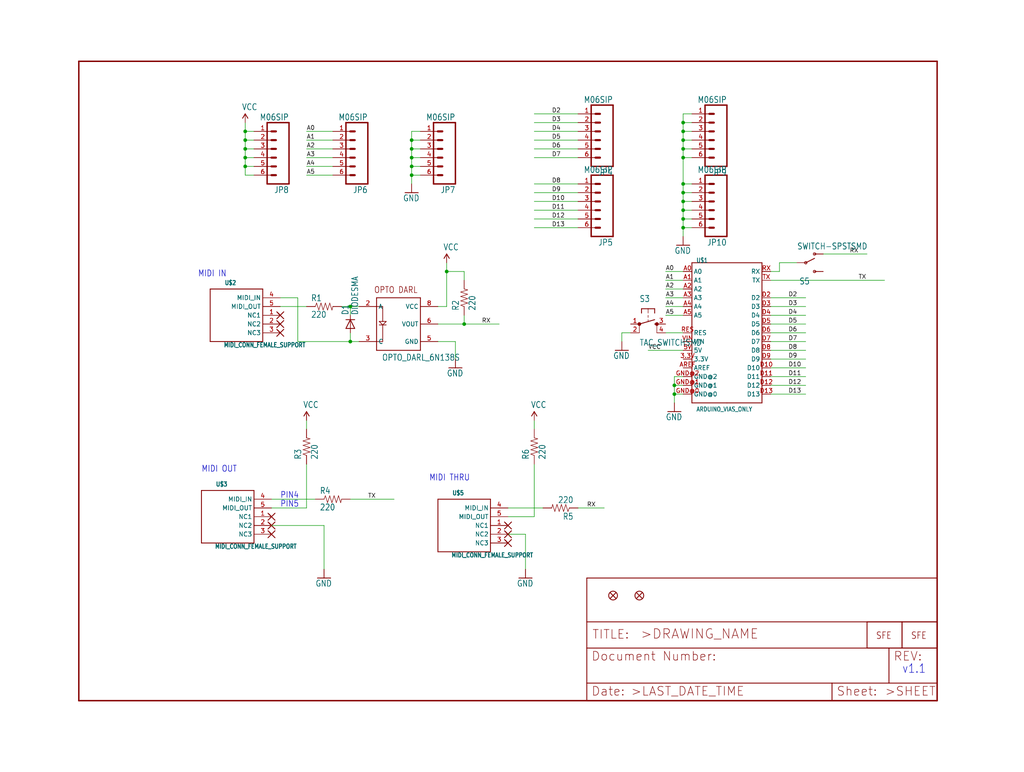
<source format=kicad_sch>
(kicad_sch (version 20211123) (generator eeschema)
  (paper "User" 297.002 223.926)
  (lib_symbols
    (symbol "eagleSchem-eagle-import:ARDUINO_VIAS_ONLY"
      (property "Value" "ARDUINO_VIAS_ONLY" (at -8.89 -22.86 0))
      (symbol "ARDUINO_VIAS_ONLY_1_0"
        (polyline (pts (xy -10.16 -20.32) (xy -10.16 20.32)) (stroke (width 0.254)))
        (polyline (pts (xy -10.16 20.32) (xy 10.16 20.32)) (stroke (width 0.254)))
        (polyline (pts (xy 0 -20.32) (xy -10.16 -20.32)) (stroke (width 0.254)))
        (polyline (pts (xy 10.16 -20.32) (xy 0 -20.32)) (stroke (width 0.254)))
        (polyline (pts (xy 10.16 20.32) (xy 10.16 -20.32)) (stroke (width 0.254)))
        (pin bidirectional line (at -12.7 -7.62 0) (length 2.54) (name "3.3V") (number "3.3V"))
        (pin bidirectional line (at -12.7 -5.08 0) (length 2.54) (name "5V") (number "5V"))
        (pin bidirectional line (at -12.7 17.78 0) (length 2.54) (name "A0") (number "A0"))
        (pin bidirectional line (at -12.7 15.24 0) (length 2.54) (name "A1") (number "A1"))
        (pin bidirectional line (at -12.7 12.7 0) (length 2.54) (name "A2") (number "A2"))
        (pin bidirectional line (at -12.7 10.16 0) (length 2.54) (name "A3") (number "A3"))
        (pin bidirectional line (at -12.7 7.62 0) (length 2.54) (name "A4") (number "A4"))
        (pin bidirectional line (at -12.7 5.08 0) (length 2.54) (name "A5") (number "A5"))
        (pin bidirectional line (at -12.7 -10.16 0) (length 2.54) (name "AREF") (number "AREF"))
        (pin bidirectional line (at 12.7 -10.16 180) (length 2.54) (name "D10") (number "D10"))
        (pin bidirectional line (at 12.7 -12.7 180) (length 2.54) (name "D11") (number "D11"))
        (pin bidirectional line (at 12.7 -15.24 180) (length 2.54) (name "D12") (number "D12"))
        (pin bidirectional line (at 12.7 -17.78 180) (length 2.54) (name "D13") (number "D13"))
        (pin bidirectional line (at 12.7 10.16 180) (length 2.54) (name "D2") (number "D2"))
        (pin bidirectional line (at 12.7 7.62 180) (length 2.54) (name "D3") (number "D3"))
        (pin bidirectional line (at 12.7 5.08 180) (length 2.54) (name "D4") (number "D4"))
        (pin bidirectional line (at 12.7 2.54 180) (length 2.54) (name "D5") (number "D5"))
        (pin bidirectional line (at 12.7 0 180) (length 2.54) (name "D6") (number "D6"))
        (pin bidirectional line (at 12.7 -2.54 180) (length 2.54) (name "D7") (number "D7"))
        (pin bidirectional line (at 12.7 -5.08 180) (length 2.54) (name "D8") (number "D8"))
        (pin bidirectional line (at 12.7 -7.62 180) (length 2.54) (name "D9") (number "D9"))
        (pin bidirectional line (at -12.7 -17.78 0) (length 2.54) (name "GND@0") (number "GND@0"))
        (pin bidirectional line (at -12.7 -15.24 0) (length 2.54) (name "GND@1") (number "GND@1"))
        (pin bidirectional line (at -12.7 -12.7 0) (length 2.54) (name "GND@2") (number "GND@2"))
        (pin bidirectional line (at -12.7 0 0) (length 2.54) (name "RES") (number "RES"))
        (pin bidirectional line (at 12.7 17.78 180) (length 2.54) (name "RX") (number "RX"))
        (pin bidirectional line (at 12.7 15.24 180) (length 2.54) (name "TX") (number "TX"))
        (pin bidirectional line (at -12.7 -2.54 0) (length 2.54) (name "VIN") (number "VIN"))
      )
    )
    (symbol "eagleSchem-eagle-import:DIODESMA"
      (property "Reference" "D" (at 2.54 0.4826 0))
      (property "Value" "DIODESMA" (at 2.54 -2.3114 0))
      (symbol "DIODESMA_1_0"
        (polyline (pts (xy -1.27 -1.27) (xy 1.27 0)) (stroke (width 0.254)))
        (polyline (pts (xy -1.27 1.27) (xy -1.27 -1.27)) (stroke (width 0.254)))
        (polyline (pts (xy 1.27 0) (xy -1.27 1.27)) (stroke (width 0.254)))
        (polyline (pts (xy 1.27 0) (xy 1.27 -1.27)) (stroke (width 0.254)))
        (polyline (pts (xy 1.27 1.27) (xy 1.27 0)) (stroke (width 0.254)))
        (pin passive line (at -2.54 0 0) (length 2.54) (name "A") (number "A"))
        (pin passive line (at 2.54 0 180) (length 2.54) (name "C") (number "C"))
      )
    )
    (symbol "eagleSchem-eagle-import:FIDUCIAL1X2"
      (symbol "FIDUCIAL1X2_1_0"
        (polyline (pts (xy -0.762 0.762) (xy 0.762 -0.762)) (stroke (width 0.254)))
        (polyline (pts (xy 0.762 0.762) (xy -0.762 -0.762)) (stroke (width 0.254)))
        (circle (center 0 0) (radius 1.27) (stroke (width 0.254)))
      )
    )
    (symbol "eagleSchem-eagle-import:FRAME-LETTER"
      (symbol "FRAME-LETTER_1_0"
        (polyline (pts (xy 0 0) (xy 248.92 0)) (stroke (width 0.4064)))
        (polyline (pts (xy 0 185.42) (xy 0 0)) (stroke (width 0.4064)))
        (polyline (pts (xy 0 185.42) (xy 248.92 185.42)) (stroke (width 0.4064)))
        (polyline (pts (xy 248.92 185.42) (xy 248.92 0)) (stroke (width 0.4064)))
      )
      (symbol "FRAME-LETTER_2_0"
        (polyline (pts (xy 0 0) (xy 0 5.08)) (stroke (width 0.254)))
        (polyline (pts (xy 0 0) (xy 71.12 0)) (stroke (width 0.254)))
        (polyline (pts (xy 0 5.08) (xy 0 15.24)) (stroke (width 0.254)))
        (polyline (pts (xy 0 5.08) (xy 71.12 5.08)) (stroke (width 0.254)))
        (polyline (pts (xy 0 15.24) (xy 0 22.86)) (stroke (width 0.254)))
        (polyline (pts (xy 0 22.86) (xy 0 35.56)) (stroke (width 0.254)))
        (polyline (pts (xy 0 22.86) (xy 101.6 22.86)) (stroke (width 0.254)))
        (polyline (pts (xy 71.12 0) (xy 101.6 0)) (stroke (width 0.254)))
        (polyline (pts (xy 71.12 5.08) (xy 71.12 0)) (stroke (width 0.254)))
        (polyline (pts (xy 71.12 5.08) (xy 87.63 5.08)) (stroke (width 0.254)))
        (polyline (pts (xy 87.63 5.08) (xy 101.6 5.08)) (stroke (width 0.254)))
        (polyline (pts (xy 87.63 15.24) (xy 0 15.24)) (stroke (width 0.254)))
        (polyline (pts (xy 87.63 15.24) (xy 87.63 5.08)) (stroke (width 0.254)))
        (polyline (pts (xy 101.6 5.08) (xy 101.6 0)) (stroke (width 0.254)))
        (polyline (pts (xy 101.6 15.24) (xy 87.63 15.24)) (stroke (width 0.254)))
        (polyline (pts (xy 101.6 15.24) (xy 101.6 5.08)) (stroke (width 0.254)))
        (polyline (pts (xy 101.6 22.86) (xy 101.6 15.24)) (stroke (width 0.254)))
        (polyline (pts (xy 101.6 35.56) (xy 0 35.56)) (stroke (width 0.254)))
        (polyline (pts (xy 101.6 35.56) (xy 101.6 22.86)) (stroke (width 0.254)))
        (text ">DRAWING_NAME" (at 15.494 17.78 0) (effects (font (size 2.7432 2.7432)) (justify left bottom)))
        (text ">LAST_DATE_TIME" (at 12.7 1.27 0) (effects (font (size 2.54 2.54)) (justify left bottom)))
        (text ">SHEET" (at 86.36 1.27 0) (effects (font (size 2.54 2.54)) (justify left bottom)))
        (text "Date:" (at 1.27 1.27 0) (effects (font (size 2.54 2.54)) (justify left bottom)))
        (text "Document Number:" (at 1.27 11.43 0) (effects (font (size 2.54 2.54)) (justify left bottom)))
        (text "REV:" (at 88.9 11.43 0) (effects (font (size 2.54 2.54)) (justify left bottom)))
        (text "Sheet:" (at 72.39 1.27 0) (effects (font (size 2.54 2.54)) (justify left bottom)))
        (text "TITLE:" (at 1.524 17.78 0) (effects (font (size 2.54 2.54)) (justify left bottom)))
      )
    )
    (symbol "eagleSchem-eagle-import:GND" (power)
      (property "Value" "GND" (at -2.54 -2.54 0))
      (symbol "GND_1_0"
        (polyline (pts (xy -1.905 0) (xy 1.905 0)) (stroke (width 0.254)))
        (pin power_in line (at 0 2.54 270) (length 2.54) (name "GND") (number "1"))
      )
    )
    (symbol "eagleSchem-eagle-import:LOGO-SFENEW"
      (symbol "LOGO-SFENEW_1_0"
        (polyline (pts (xy -2.54 -2.54) (xy 7.62 -2.54)) (stroke (width 0.254)))
        (polyline (pts (xy -2.54 5.08) (xy -2.54 -2.54)) (stroke (width 0.254)))
        (polyline (pts (xy 7.62 -2.54) (xy 7.62 5.08)) (stroke (width 0.254)))
        (polyline (pts (xy 7.62 5.08) (xy -2.54 5.08)) (stroke (width 0.254)))
        (text "SFE" (at 0 0 0) (effects (font (size 1.9304 1.6408)) (justify left bottom)))
      )
    )
    (symbol "eagleSchem-eagle-import:M06SIP"
      (property "Reference" "JP" (at -5.08 10.922 0))
      (property "Value" "M06SIP" (at -5.08 -10.16 0))
      (symbol "M06SIP_1_0"
        (polyline (pts (xy -5.08 10.16) (xy -5.08 -7.62)) (stroke (width 0.4064)))
        (polyline (pts (xy -5.08 10.16) (xy 1.27 10.16)) (stroke (width 0.4064)))
        (polyline (pts (xy -1.27 -5.08) (xy 0 -5.08)) (stroke (width 0.6096)))
        (polyline (pts (xy -1.27 -2.54) (xy 0 -2.54)) (stroke (width 0.6096)))
        (polyline (pts (xy -1.27 0) (xy 0 0)) (stroke (width 0.6096)))
        (polyline (pts (xy -1.27 2.54) (xy 0 2.54)) (stroke (width 0.6096)))
        (polyline (pts (xy -1.27 5.08) (xy 0 5.08)) (stroke (width 0.6096)))
        (polyline (pts (xy -1.27 7.62) (xy 0 7.62)) (stroke (width 0.6096)))
        (polyline (pts (xy 1.27 -7.62) (xy -5.08 -7.62)) (stroke (width 0.4064)))
        (polyline (pts (xy 1.27 -7.62) (xy 1.27 10.16)) (stroke (width 0.4064)))
        (pin passive line (at 5.08 -5.08 180) (length 5.08) (name "1") (number "1"))
        (pin passive line (at 5.08 -2.54 180) (length 5.08) (name "2") (number "2"))
        (pin passive line (at 5.08 0 180) (length 5.08) (name "3") (number "3"))
        (pin passive line (at 5.08 2.54 180) (length 5.08) (name "4") (number "4"))
        (pin passive line (at 5.08 5.08 180) (length 5.08) (name "5") (number "5"))
        (pin passive line (at 5.08 7.62 180) (length 5.08) (name "6") (number "6"))
      )
    )
    (symbol "eagleSchem-eagle-import:MIDI_CONN_FEMALE_SUPPORT"
      (property "Value" "MIDI_CONN_FEMALE_SUPPORT" (at -3.81 -9.398 0))
      (symbol "MIDI_CONN_FEMALE_SUPPORT_1_0"
        (polyline (pts (xy -7.62 -7.62) (xy 7.62 -7.62)) (stroke (width 0.254)))
        (polyline (pts (xy -7.62 7.62) (xy -7.62 -7.62)) (stroke (width 0.254)))
        (polyline (pts (xy 7.62 -7.62) (xy 7.62 7.62)) (stroke (width 0.254)))
        (polyline (pts (xy 7.62 7.62) (xy -7.62 7.62)) (stroke (width 0.254)))
        (polyline (pts (xy 12.7 -5.08) (xy 11.684 -6.096)) (stroke (width 0.254)))
        (polyline (pts (xy 12.7 -5.08) (xy 11.684 -4.064)) (stroke (width 0.254)))
        (polyline (pts (xy 12.7 -5.08) (xy 11.938 -4.318)) (stroke (width 0.254)))
        (polyline (pts (xy 12.7 -5.08) (xy 13.716 -6.096)) (stroke (width 0.254)))
        (polyline (pts (xy 12.7 -2.54) (xy 11.684 -3.556)) (stroke (width 0.254)))
        (polyline (pts (xy 12.7 -2.54) (xy 11.684 -1.524)) (stroke (width 0.254)))
        (polyline (pts (xy 12.7 -2.54) (xy 11.938 -1.778)) (stroke (width 0.254)))
        (polyline (pts (xy 12.7 -2.54) (xy 13.716 -3.556)) (stroke (width 0.254)))
        (polyline (pts (xy 12.7 0) (xy 11.684 -1.016)) (stroke (width 0.254)))
        (polyline (pts (xy 12.7 0) (xy 11.684 1.016)) (stroke (width 0.254)))
        (polyline (pts (xy 12.7 0) (xy 11.938 0.762)) (stroke (width 0.254)))
        (polyline (pts (xy 12.7 0) (xy 13.716 -1.016)) (stroke (width 0.254)))
        (polyline (pts (xy 13.716 -4.064) (xy 12.7 -5.08)) (stroke (width 0.254)))
        (polyline (pts (xy 13.716 -1.524) (xy 12.7 -2.54)) (stroke (width 0.254)))
        (polyline (pts (xy 13.716 1.016) (xy 12.7 0)) (stroke (width 0.254)))
        (pin bidirectional line (at 12.7 0 180) (length 5.08) (name "NC1") (number "1"))
        (pin bidirectional line (at 12.7 -2.54 180) (length 5.08) (name "NC2") (number "2"))
        (pin bidirectional line (at 12.7 -5.08 180) (length 5.08) (name "NC3") (number "3"))
        (pin bidirectional line (at 12.7 5.08 180) (length 5.08) (name "MIDI_IN") (number "4"))
        (pin bidirectional line (at 12.7 2.54 180) (length 5.08) (name "MIDI_OUT") (number "5"))
      )
    )
    (symbol "eagleSchem-eagle-import:OPTO_DARL_6N138S"
      (property "Value" "OPTO_DARL_6N138S" (at -3.556 -13.208 0))
      (symbol "OPTO_DARL_6N138S_1_0"
        (polyline (pts (xy -5.08 -10.16) (xy 7.62 -10.16)) (stroke (width 0.254)))
        (polyline (pts (xy -5.08 -7.62) (xy -5.08 -10.16)) (stroke (width 0.254)))
        (polyline (pts (xy -5.08 2.54) (xy -5.08 -7.62)) (stroke (width 0.254)))
        (polyline (pts (xy -5.08 2.54) (xy -3.302 2.54)) (stroke (width 0.2032)))
        (polyline (pts (xy -5.08 5.08) (xy -5.08 2.54)) (stroke (width 0.254)))
        (polyline (pts (xy -4.318 -2.794) (xy -3.302 -2.794)) (stroke (width 0.2032)))
        (polyline (pts (xy -4.318 -1.778) (xy -3.302 -2.794)) (stroke (width 0.2032)))
        (polyline (pts (xy -3.302 -7.62) (xy -5.08 -7.62)) (stroke (width 0.2032)))
        (polyline (pts (xy -3.302 -2.794) (xy -3.302 -7.62)) (stroke (width 0.2032)))
        (polyline (pts (xy -3.302 -2.794) (xy -2.286 -2.794)) (stroke (width 0.2032)))
        (polyline (pts (xy -3.302 -2.794) (xy -2.286 -1.778)) (stroke (width 0.2032)))
        (polyline (pts (xy -3.302 -1.778) (xy -4.318 -1.778)) (stroke (width 0.2032)))
        (polyline (pts (xy -3.302 -1.778) (xy -2.286 -1.778)) (stroke (width 0.2032)))
        (polyline (pts (xy -3.302 2.54) (xy -3.302 -1.778)) (stroke (width 0.2032)))
        (polyline (pts (xy 7.62 -10.16) (xy 7.62 5.08)) (stroke (width 0.254)))
        (polyline (pts (xy 7.62 5.08) (xy -5.08 5.08)) (stroke (width 0.254)))
        (text "OPTO DARL" (at -5.842 6.35 0) (effects (font (size 1.778 1.5113)) (justify left bottom)))
        (pin bidirectional line (at -10.16 2.54 0) (length 5.08) (name "A") (number "2"))
        (pin bidirectional line (at -10.16 -7.62 0) (length 5.08) (name "C") (number "3"))
        (pin bidirectional line (at 12.7 -7.62 180) (length 5.08) (name "GND") (number "5"))
        (pin bidirectional line (at 12.7 -2.54 180) (length 5.08) (name "VOUT") (number "6"))
        (pin bidirectional line (at 12.7 2.54 180) (length 5.08) (name "VCC") (number "8"))
      )
    )
    (symbol "eagleSchem-eagle-import:RESISTOR0402-RES"
      (property "Reference" "R" (at -3.81 1.4986 0))
      (property "Value" "RESISTOR0402-RES" (at -3.81 -3.302 0))
      (symbol "RESISTOR0402-RES_1_0"
        (polyline (pts (xy -2.54 0) (xy -2.159 1.016)) (stroke (width 0.1524)))
        (polyline (pts (xy -2.159 1.016) (xy -1.524 -1.016)) (stroke (width 0.1524)))
        (polyline (pts (xy -1.524 -1.016) (xy -0.889 1.016)) (stroke (width 0.1524)))
        (polyline (pts (xy -0.889 1.016) (xy -0.254 -1.016)) (stroke (width 0.1524)))
        (polyline (pts (xy -0.254 -1.016) (xy 0.381 1.016)) (stroke (width 0.1524)))
        (polyline (pts (xy 0.381 1.016) (xy 1.016 -1.016)) (stroke (width 0.1524)))
        (polyline (pts (xy 1.016 -1.016) (xy 1.651 1.016)) (stroke (width 0.1524)))
        (polyline (pts (xy 1.651 1.016) (xy 2.286 -1.016)) (stroke (width 0.1524)))
        (polyline (pts (xy 2.286 -1.016) (xy 2.54 0)) (stroke (width 0.1524)))
        (pin passive line (at -5.08 0 0) (length 2.54) (name "1") (number "1"))
        (pin passive line (at 5.08 0 180) (length 2.54) (name "2") (number "2"))
      )
    )
    (symbol "eagleSchem-eagle-import:SWITCH-SPSTSMD"
      (property "Reference" "S" (at -1.905 -6.35 0))
      (property "Value" "SWITCH-SPSTSMD" (at -2.54 3.81 0))
      (symbol "SWITCH-SPSTSMD_1_0"
        (polyline (pts (xy 0 0) (xy 2.54 1.27)) (stroke (width 0.254)))
        (polyline (pts (xy 2.54 -2.54) (xy 3.175 -2.54)) (stroke (width 0.127)))
        (polyline (pts (xy 2.54 2.54) (xy 3.175 2.54)) (stroke (width 0.1524)))
        (circle (center 0 0) (radius 0.3592) (stroke (width 0.2032)))
        (circle (center 2.54 -2.54) (radius 0.3592) (stroke (width 0.2032)))
        (circle (center 2.54 2.54) (radius 0.3592) (stroke (width 0.2032)))
        (pin passive line (at 5.08 2.54 180) (length 2.54) (name "O") (number "1"))
        (pin passive line (at -2.54 0 0) (length 2.54) (name "P") (number "2"))
        (pin passive line (at 5.08 -2.54 180) (length 2.54) (name "S") (number "3"))
      )
    )
    (symbol "eagleSchem-eagle-import:TAC_SWITCHSMD"
      (property "Reference" "S" (at -2.54 6.35 0))
      (property "Value" "TAC_SWITCHSMD" (at -2.54 -6.35 0))
      (symbol "TAC_SWITCHSMD_1_0"
        (circle (center -2.54 0) (radius 0.127) (stroke (width 0.4064)))
        (polyline (pts (xy -2.54 -2.54) (xy -2.54 0)) (stroke (width 0.1524)))
        (polyline (pts (xy -2.54 0) (xy 1.905 1.27)) (stroke (width 0.254)))
        (polyline (pts (xy -1.905 4.445) (xy -1.905 3.175)) (stroke (width 0.254)))
        (polyline (pts (xy 0 1.27) (xy 0 0.635)) (stroke (width 0.1524)))
        (polyline (pts (xy 0 2.54) (xy 0 1.905)) (stroke (width 0.1524)))
        (polyline (pts (xy 0 4.445) (xy -1.905 4.445)) (stroke (width 0.254)))
        (polyline (pts (xy 0 4.445) (xy 0 3.175)) (stroke (width 0.1524)))
        (polyline (pts (xy 1.905 0) (xy 2.54 0)) (stroke (width 0.254)))
        (polyline (pts (xy 1.905 4.445) (xy 0 4.445)) (stroke (width 0.254)))
        (polyline (pts (xy 1.905 4.445) (xy 1.905 3.175)) (stroke (width 0.254)))
        (polyline (pts (xy 2.54 -2.54) (xy 2.54 0)) (stroke (width 0.1524)))
        (circle (center 2.54 0) (radius 0.127) (stroke (width 0.4064)))
        (pin passive line (at -5.08 0 0) (length 2.54) (name "1") (number "1"))
        (pin passive line (at -5.08 -2.54 0) (length 2.54) (name "2") (number "2"))
        (pin passive line (at 5.08 0 180) (length 2.54) (name "3") (number "3"))
        (pin passive line (at 5.08 -2.54 180) (length 2.54) (name "4") (number "4"))
      )
    )
    (symbol "eagleSchem-eagle-import:VCC" (power)
      (property "Value" "VCC" (at -1.016 3.556 0))
      (symbol "VCC_1_0"
        (polyline (pts (xy 0 2.54) (xy -0.762 1.27)) (stroke (width 0.254)))
        (polyline (pts (xy 0.762 1.27) (xy 0 2.54)) (stroke (width 0.254)))
        (pin power_in line (at 0 0 90) (length 2.54) (name "VCC") (number "1"))
      )
    )
  )
  (junction (at 198.12 40.64))
  (junction (at 195.58 111.76))
  (junction (at 134.62 93.98))
  (junction (at 71.12 48.26))
  (junction (at 119.38 43.18))
  (junction (at 71.12 45.72))
  (junction (at 101.6 99.06))
  (junction (at 198.12 43.18))
  (junction (at 119.38 48.26))
  (junction (at 198.12 38.1))
  (junction (at 71.12 38.1))
  (junction (at 198.12 35.56))
  (junction (at 119.38 40.64))
  (junction (at 71.12 40.64))
  (junction (at 119.38 45.72))
  (junction (at 198.12 58.42))
  (junction (at 198.12 53.34))
  (junction (at 195.58 114.3))
  (junction (at 71.12 43.18))
  (junction (at 198.12 66.04))
  (junction (at 129.54 78.74))
  (junction (at 119.38 50.8))
  (junction (at 101.6 88.9))
  (junction (at 198.12 63.5))
  (junction (at 198.12 60.96))
  (junction (at 198.12 45.72))
  (junction (at 198.12 55.88))
  (wire (pts (xy 198.12 60.96) (xy 198.12 63.5)))
  (wire (pts (xy 167.64 43.18) (xy 154.94 43.18)))
  (wire (pts (xy 200.66 55.88) (xy 198.12 55.88)))
  (wire (pts (xy 198.12 114.3) (xy 195.58 114.3)))
  (wire (pts (xy 200.66 40.64) (xy 198.12 40.64)))
  (wire (pts (xy 154.94 124.46) (xy 154.94 121.92)))
  (wire (pts (xy 198.12 40.64) (xy 198.12 43.18)))
  (wire (pts (xy 167.64 58.42) (xy 154.94 58.42)))
  (wire (pts (xy 88.9 147.32) (xy 88.9 134.62)))
  (wire (pts (xy 200.66 43.18) (xy 198.12 43.18)))
  (wire (pts (xy 134.62 93.98) (xy 144.78 93.98)))
  (wire (pts (xy 71.12 43.18) (xy 71.12 40.64)))
  (wire (pts (xy 226.06 76.2) (xy 231.14 76.2)))
  (wire (pts (xy 154.94 149.86) (xy 147.32 149.86)))
  (wire (pts (xy 223.52 96.52) (xy 233.68 96.52)))
  (wire (pts (xy 132.08 99.06) (xy 132.08 104.14)))
  (wire (pts (xy 198.12 86.36) (xy 193.04 86.36)))
  (wire (pts (xy 152.4 154.94) (xy 152.4 165.1)))
  (wire (pts (xy 167.64 53.34) (xy 154.94 53.34)))
  (wire (pts (xy 198.12 91.44) (xy 193.04 91.44)))
  (wire (pts (xy 71.12 45.72) (xy 71.12 43.18)))
  (wire (pts (xy 96.52 43.18) (xy 88.9 43.18)))
  (wire (pts (xy 101.6 88.9) (xy 99.06 88.9)))
  (wire (pts (xy 223.52 106.68) (xy 233.68 106.68)))
  (wire (pts (xy 198.12 88.9) (xy 193.04 88.9)))
  (wire (pts (xy 200.66 53.34) (xy 198.12 53.34)))
  (wire (pts (xy 223.52 99.06) (xy 233.68 99.06)))
  (wire (pts (xy 71.12 40.64) (xy 71.12 38.1)))
  (wire (pts (xy 223.52 93.98) (xy 233.68 93.98)))
  (wire (pts (xy 101.6 96.52) (xy 101.6 99.06)))
  (wire (pts (xy 119.38 43.18) (xy 119.38 45.72)))
  (wire (pts (xy 119.38 50.8) (xy 119.38 53.34)))
  (wire (pts (xy 200.66 45.72) (xy 198.12 45.72)))
  (wire (pts (xy 96.52 40.64) (xy 88.9 40.64)))
  (wire (pts (xy 223.52 91.44) (xy 233.68 91.44)))
  (wire (pts (xy 154.94 134.62) (xy 154.94 149.86)))
  (wire (pts (xy 119.38 40.64) (xy 119.38 43.18)))
  (wire (pts (xy 198.12 109.22) (xy 195.58 109.22)))
  (wire (pts (xy 101.6 91.44) (xy 101.6 88.9)))
  (wire (pts (xy 96.52 48.26) (xy 88.9 48.26)))
  (wire (pts (xy 86.36 99.06) (xy 101.6 99.06)))
  (wire (pts (xy 86.36 86.36) (xy 81.28 86.36)))
  (wire (pts (xy 71.12 50.8) (xy 71.12 48.26)))
  (wire (pts (xy 121.92 45.72) (xy 119.38 45.72)))
  (wire (pts (xy 167.64 66.04) (xy 154.94 66.04)))
  (wire (pts (xy 198.12 55.88) (xy 198.12 58.42)))
  (wire (pts (xy 198.12 78.74) (xy 193.04 78.74)))
  (wire (pts (xy 121.92 48.26) (xy 119.38 48.26)))
  (wire (pts (xy 121.92 38.1) (xy 119.38 38.1)))
  (wire (pts (xy 91.44 144.78) (xy 78.74 144.78)))
  (wire (pts (xy 127 99.06) (xy 132.08 99.06)))
  (wire (pts (xy 71.12 38.1) (xy 71.12 35.56)))
  (wire (pts (xy 223.52 81.28) (xy 256.54 81.28)))
  (wire (pts (xy 198.12 83.82) (xy 193.04 83.82)))
  (wire (pts (xy 198.12 58.42) (xy 198.12 60.96)))
  (wire (pts (xy 223.52 111.76) (xy 233.68 111.76)))
  (wire (pts (xy 223.52 88.9) (xy 233.68 88.9)))
  (wire (pts (xy 198.12 38.1) (xy 198.12 40.64)))
  (wire (pts (xy 198.12 81.28) (xy 193.04 81.28)))
  (wire (pts (xy 134.62 81.28) (xy 134.62 78.74)))
  (wire (pts (xy 73.66 50.8) (xy 71.12 50.8)))
  (wire (pts (xy 73.66 45.72) (xy 71.12 45.72)))
  (wire (pts (xy 167.64 33.02) (xy 154.94 33.02)))
  (wire (pts (xy 198.12 33.02) (xy 198.12 35.56)))
  (wire (pts (xy 198.12 35.56) (xy 198.12 38.1)))
  (wire (pts (xy 119.38 45.72) (xy 119.38 48.26)))
  (wire (pts (xy 198.12 111.76) (xy 195.58 111.76)))
  (wire (pts (xy 200.66 63.5) (xy 198.12 63.5)))
  (wire (pts (xy 198.12 96.52) (xy 193.04 96.52)))
  (wire (pts (xy 147.32 154.94) (xy 152.4 154.94)))
  (wire (pts (xy 73.66 38.1) (xy 71.12 38.1)))
  (wire (pts (xy 167.64 40.64) (xy 154.94 40.64)))
  (wire (pts (xy 88.9 88.9) (xy 81.28 88.9)))
  (wire (pts (xy 195.58 111.76) (xy 195.58 114.3)))
  (wire (pts (xy 71.12 48.26) (xy 71.12 45.72)))
  (wire (pts (xy 200.66 33.02) (xy 198.12 33.02)))
  (wire (pts (xy 134.62 93.98) (xy 134.62 91.44)))
  (wire (pts (xy 101.6 88.9) (xy 104.14 88.9)))
  (wire (pts (xy 101.6 144.78) (xy 114.3 144.78)))
  (wire (pts (xy 223.52 101.6) (xy 233.68 101.6)))
  (wire (pts (xy 198.12 43.18) (xy 198.12 45.72)))
  (wire (pts (xy 167.64 63.5) (xy 154.94 63.5)))
  (wire (pts (xy 121.92 40.64) (xy 119.38 40.64)))
  (wire (pts (xy 86.36 99.06) (xy 86.36 86.36)))
  (wire (pts (xy 96.52 38.1) (xy 88.9 38.1)))
  (wire (pts (xy 223.52 114.3) (xy 233.68 114.3)))
  (wire (pts (xy 182.88 96.52) (xy 180.34 96.52)))
  (wire (pts (xy 198.12 63.5) (xy 198.12 66.04)))
  (wire (pts (xy 121.92 43.18) (xy 119.38 43.18)))
  (wire (pts (xy 198.12 45.72) (xy 198.12 53.34)))
  (wire (pts (xy 73.66 43.18) (xy 71.12 43.18)))
  (wire (pts (xy 200.66 38.1) (xy 198.12 38.1)))
  (wire (pts (xy 119.38 38.1) (xy 119.38 40.64)))
  (wire (pts (xy 127 93.98) (xy 134.62 93.98)))
  (wire (pts (xy 223.52 78.74) (xy 226.06 78.74)))
  (wire (pts (xy 73.66 48.26) (xy 71.12 48.26)))
  (wire (pts (xy 200.66 35.56) (xy 198.12 35.56)))
  (wire (pts (xy 198.12 101.6) (xy 187.96 101.6)))
  (wire (pts (xy 104.14 99.06) (xy 101.6 99.06)))
  (wire (pts (xy 223.52 104.14) (xy 233.68 104.14)))
  (wire (pts (xy 88.9 124.46) (xy 88.9 121.92)))
  (wire (pts (xy 157.48 147.32) (xy 147.32 147.32)))
  (wire (pts (xy 129.54 78.74) (xy 129.54 76.2)))
  (wire (pts (xy 167.64 38.1) (xy 154.94 38.1)))
  (wire (pts (xy 223.52 109.22) (xy 233.68 109.22)))
  (wire (pts (xy 200.66 66.04) (xy 198.12 66.04)))
  (wire (pts (xy 167.64 147.32) (xy 175.26 147.32)))
  (wire (pts (xy 121.92 50.8) (xy 119.38 50.8)))
  (wire (pts (xy 167.64 45.72) (xy 154.94 45.72)))
  (wire (pts (xy 134.62 78.74) (xy 129.54 78.74)))
  (wire (pts (xy 226.06 78.74) (xy 226.06 76.2)))
  (wire (pts (xy 73.66 40.64) (xy 71.12 40.64)))
  (wire (pts (xy 167.64 60.96) (xy 154.94 60.96)))
  (wire (pts (xy 200.66 58.42) (xy 198.12 58.42)))
  (wire (pts (xy 167.64 35.56) (xy 154.94 35.56)))
  (wire (pts (xy 198.12 66.04) (xy 198.12 68.58)))
  (wire (pts (xy 93.98 152.4) (xy 93.98 165.1)))
  (wire (pts (xy 96.52 50.8) (xy 88.9 50.8)))
  (wire (pts (xy 167.64 55.88) (xy 154.94 55.88)))
  (wire (pts (xy 195.58 114.3) (xy 195.58 116.84)))
  (wire (pts (xy 238.76 73.66) (xy 251.46 73.66)))
  (wire (pts (xy 200.66 60.96) (xy 198.12 60.96)))
  (wire (pts (xy 88.9 147.32) (xy 78.74 147.32)))
  (wire (pts (xy 96.52 45.72) (xy 88.9 45.72)))
  (wire (pts (xy 78.74 152.4) (xy 93.98 152.4)))
  (wire (pts (xy 198.12 53.34) (xy 198.12 55.88)))
  (wire (pts (xy 129.54 88.9) (xy 129.54 78.74)))
  (wire (pts (xy 195.58 109.22) (xy 195.58 111.76)))
  (wire (pts (xy 127 88.9) (xy 129.54 88.9)))
  (wire (pts (xy 119.38 48.26) (xy 119.38 50.8)))
  (wire (pts (xy 180.34 96.52) (xy 180.34 99.06)))
  (wire (pts (xy 223.52 86.36) (xy 233.68 86.36)))
  (text "MIDI OUT" (at 58.42 137.16 180) (effects (font (size 1.778 1.5113)) (justify left bottom)))
  (text "v1.1" (at 261.62 195.58 180) (effects (font (size 2.54 2.159)) (justify left bottom)))
  (text "PIN4" (at 81.28 144.78 180) (effects (font (size 1.778 1.5113)) (justify left bottom)))
  (text "MIDI IN" (at 57.404 80.518 180) (effects (font (size 1.778 1.5113)) (justify left bottom)))
  (text "MIDI THRU" (at 124.46 139.7 180) (effects (font (size 1.778 1.5113)) (justify left bottom)))
  (text "PIN5" (at 81.28 147.32 180) (effects (font (size 1.778 1.5113)) (justify left bottom)))
  (label "D11" (at 160.02 60.96 0) (effects (font (size 1.2446 1.2446))))
  (label "A3" (at 88.9 45.72 0) (effects (font (size 1.2446 1.2446))))
  (label "D9" (at 228.6 104.14 0) (effects (font (size 1.2446 1.2446))))
  (label "RX" (at 246.38 73.66 0) (effects (font (size 1.2446 1.2446))))
  (label "TX" (at 106.68 144.78 0) (effects (font (size 1.2446 1.2446))))
  (label "D4" (at 160.02 38.1 0) (effects (font (size 1.2446 1.2446))))
  (label "A5" (at 193.04 91.44 0) (effects (font (size 1.2446 1.2446))))
  (label "D5" (at 160.02 40.64 0) (effects (font (size 1.2446 1.2446))))
  (label "A4" (at 88.9 48.26 0) (effects (font (size 1.2446 1.2446))))
  (label "D5" (at 228.6 93.98 0) (effects (font (size 1.2446 1.2446))))
  (label "D9" (at 160.02 55.88 0) (effects (font (size 1.2446 1.2446))))
  (label "D6" (at 228.6 96.52 0) (effects (font (size 1.2446 1.2446))))
  (label "D4" (at 228.6 91.44 0) (effects (font (size 1.2446 1.2446))))
  (label "A3" (at 193.04 86.36 0) (effects (font (size 1.2446 1.2446))))
  (label "RX" (at 139.7 93.98 0) (effects (font (size 1.2446 1.2446))))
  (label "D10" (at 228.6 106.68 0) (effects (font (size 1.2446 1.2446))))
  (label "A2" (at 193.04 83.82 0) (effects (font (size 1.2446 1.2446))))
  (label "A0" (at 193.04 78.74 0) (effects (font (size 1.2446 1.2446))))
  (label "A1" (at 88.9 40.64 0) (effects (font (size 1.2446 1.2446))))
  (label "TX" (at 248.92 81.28 0) (effects (font (size 1.2446 1.2446))))
  (label "D2" (at 228.6 86.36 0) (effects (font (size 1.2446 1.2446))))
  (label "D11" (at 228.6 109.22 0) (effects (font (size 1.2446 1.2446))))
  (label "VCC" (at 187.96 101.6 0) (effects (font (size 1.2446 1.2446))))
  (label "D2" (at 160.02 33.02 0) (effects (font (size 1.2446 1.2446))))
  (label "D6" (at 160.02 43.18 0) (effects (font (size 1.2446 1.2446))))
  (label "A5" (at 88.9 50.8 0) (effects (font (size 1.2446 1.2446))))
  (label "D8" (at 160.02 53.34 0) (effects (font (size 1.2446 1.2446))))
  (label "A4" (at 193.04 88.9 0) (effects (font (size 1.2446 1.2446))))
  (label "D3" (at 228.6 88.9 0) (effects (font (size 1.2446 1.2446))))
  (label "D12" (at 228.6 111.76 0) (effects (font (size 1.2446 1.2446))))
  (label "A1" (at 193.04 81.28 0) (effects (font (size 1.2446 1.2446))))
  (label "D3" (at 160.02 35.56 0) (effects (font (size 1.2446 1.2446))))
  (label "D12" (at 160.02 63.5 0) (effects (font (size 1.2446 1.2446))))
  (label "D13" (at 160.02 66.04 0) (effects (font (size 1.2446 1.2446))))
  (label "A2" (at 88.9 43.18 0) (effects (font (size 1.2446 1.2446))))
  (label "D10" (at 160.02 58.42 0) (effects (font (size 1.2446 1.2446))))
  (label "D7" (at 160.02 45.72 0) (effects (font (size 1.2446 1.2446))))
  (label "A0" (at 88.9 38.1 0) (effects (font (size 1.2446 1.2446))))
  (label "D13" (at 228.6 114.3 0) (effects (font (size 1.2446 1.2446))))
  (label "D7" (at 228.6 99.06 0) (effects (font (size 1.2446 1.2446))))
  (label "D8" (at 228.6 101.6 0) (effects (font (size 1.2446 1.2446))))
  (label "RX" (at 170.18 147.32 0) (effects (font (size 1.2446 1.2446))))
  (symbol (lib_id "eagleSchem-eagle-import:FRAME-LETTER") (at 22.86 203.2 0) (unit 1)
    (property "Reference" "#FRAME1" (effects hide))
    (property "Value" "FRAME-LETTER" (effects hide))
    (property "Footprint" "eagleSchem:" (effects hide))
  )
  (symbol (lib_id "eagleSchem-eagle-import:RESISTOR0402-RES") (at 96.52 144.78 0) (unit 1)
    (property "Reference" "R4" (at 92.71 143.2814 0) (effects (font (size 1.778 1.5113)) (justify left bottom)))
    (property "Value" "220" (at 92.71 148.082 0) (effects (font (size 1.778 1.5113)) (justify left bottom)))
    (property "Footprint" "eagleSchem:0402-RES" (effects hide))
  )
  (symbol (lib_id "eagleSchem-eagle-import:RESISTOR0402-RES") (at 88.9 129.54 90) (unit 1)
    (property "Reference" "R3" (at 87.4014 133.35 0) (effects (font (size 1.778 1.5113)) (justify left bottom)))
    (property "Value" "220" (at 92.202 133.35 0) (effects (font (size 1.778 1.5113)) (justify left bottom)))
    (property "Footprint" "eagleSchem:0402-RES" (effects hide))
  )
  (symbol (lib_id "eagleSchem-eagle-import:GND") (at 119.38 55.88 0) (unit 1)
    (property "Reference" "#GND5" (effects hide))
    (property "Value" "GND" (at 116.84 58.42 0) (effects (font (size 1.778 1.5113)) (justify left bottom)))
    (property "Footprint" "eagleSchem:" (effects hide))
  )
  (symbol (lib_id "eagleSchem-eagle-import:LOGO-SFENEW") (at 264.16 185.42 0) (unit 1)
    (property "Reference" "JP11" (effects hide))
    (property "Value" "LOGO-SFENEW" (effects hide))
    (property "Footprint" "eagleSchem:SFE-NEW-WEBLOGO" (effects hide))
  )
  (symbol (lib_id "eagleSchem-eagle-import:RESISTOR0402-RES") (at 93.98 88.9 0) (unit 1)
    (property "Reference" "R1" (at 90.17 87.4014 0) (effects (font (size 1.778 1.5113)) (justify left bottom)))
    (property "Value" "220" (at 90.17 92.202 0) (effects (font (size 1.778 1.5113)) (justify left bottom)))
    (property "Footprint" "eagleSchem:0402-RES" (effects hide))
  )
  (symbol (lib_id "eagleSchem-eagle-import:FIDUCIAL1X2") (at 177.8 172.72 0) (unit 1)
    (property "Reference" "JP1" (effects hide))
    (property "Value" "FIDUCIAL1X2" (effects hide))
    (property "Footprint" "eagleSchem:FIDUCIAL-1X2" (effects hide))
  )
  (symbol (lib_id "eagleSchem-eagle-import:M06SIP") (at 205.74 38.1 180) (unit 1)
    (property "Reference" "JP9" (at 210.82 49.022 0) (effects (font (size 1.778 1.5113)) (justify left bottom)))
    (property "Value" "M06SIP" (at 210.82 27.94 0) (effects (font (size 1.778 1.5113)) (justify left bottom)))
    (property "Footprint" "eagleSchem:1X06" (effects hide))
  )
  (symbol (lib_id "eagleSchem-eagle-import:MIDI_CONN_FEMALE_SUPPORT") (at 68.58 91.44 0) (unit 1)
    (property "Reference" "U$2" (at 65.024 82.804 0) (effects (font (size 1.27 1.0795) bold) (justify left bottom)))
    (property "Value" "MIDI_CONN_FEMALE_SUPPORT" (at 64.77 100.838 0) (effects (font (size 1.27 1.0795) bold) (justify left bottom)))
    (property "Footprint" "eagleSchem:DIN_5_FEMALE_SUPPORT" (effects hide))
  )
  (symbol (lib_id "eagleSchem-eagle-import:M06SIP") (at 78.74 43.18 180) (unit 1)
    (property "Reference" "JP8" (at 83.82 54.102 0) (effects (font (size 1.778 1.5113)) (justify left bottom)))
    (property "Value" "M06SIP" (at 83.82 33.02 0) (effects (font (size 1.778 1.5113)) (justify left bottom)))
    (property "Footprint" "eagleSchem:1X06" (effects hide))
  )
  (symbol (lib_id "eagleSchem-eagle-import:GND") (at 132.08 106.68 0) (unit 1)
    (property "Reference" "#GND1" (effects hide))
    (property "Value" "GND" (at 129.54 109.22 0) (effects (font (size 1.778 1.5113)) (justify left bottom)))
    (property "Footprint" "eagleSchem:" (effects hide))
  )
  (symbol (lib_id "eagleSchem-eagle-import:RESISTOR0402-RES") (at 154.94 129.54 90) (unit 1)
    (property "Reference" "R6" (at 153.4414 133.35 0) (effects (font (size 1.778 1.5113)) (justify left bottom)))
    (property "Value" "220" (at 158.242 133.35 0) (effects (font (size 1.778 1.5113)) (justify left bottom)))
    (property "Footprint" "eagleSchem:0402-RES" (effects hide))
  )
  (symbol (lib_id "eagleSchem-eagle-import:FIDUCIAL1X2") (at 185.42 172.72 0) (unit 1)
    (property "Reference" "JP2" (effects hide))
    (property "Value" "FIDUCIAL1X2" (effects hide))
    (property "Footprint" "eagleSchem:FIDUCIAL-1X2" (effects hide))
  )
  (symbol (lib_id "eagleSchem-eagle-import:VCC") (at 88.9 121.92 0) (unit 1)
    (property "Reference" "#P+2" (effects hide))
    (property "Value" "VCC" (at 87.884 118.364 0) (effects (font (size 1.778 1.5113)) (justify left bottom)))
    (property "Footprint" "eagleSchem:" (effects hide))
  )
  (symbol (lib_id "eagleSchem-eagle-import:RESISTOR0402-RES") (at 162.56 147.32 180) (unit 1)
    (property "Reference" "R5" (at 166.37 148.8186 0) (effects (font (size 1.778 1.5113)) (justify left bottom)))
    (property "Value" "220" (at 166.37 144.018 0) (effects (font (size 1.778 1.5113)) (justify left bottom)))
    (property "Footprint" "eagleSchem:0402-RES" (effects hide))
  )
  (symbol (lib_id "eagleSchem-eagle-import:M06SIP") (at 172.72 38.1 180) (unit 1)
    (property "Reference" "JP4" (at 177.8 49.022 0) (effects (font (size 1.778 1.5113)) (justify left bottom)))
    (property "Value" "M06SIP" (at 177.8 27.94 0) (effects (font (size 1.778 1.5113)) (justify left bottom)))
    (property "Footprint" "eagleSchem:1X06" (effects hide))
  )
  (symbol (lib_id "eagleSchem-eagle-import:VCC") (at 154.94 121.92 0) (unit 1)
    (property "Reference" "#P+4" (effects hide))
    (property "Value" "VCC" (at 153.924 118.364 0) (effects (font (size 1.778 1.5113)) (justify left bottom)))
    (property "Footprint" "eagleSchem:" (effects hide))
  )
  (symbol (lib_id "eagleSchem-eagle-import:MIDI_CONN_FEMALE_SUPPORT") (at 134.62 152.4 0) (unit 1)
    (property "Reference" "U$5" (at 131.064 143.764 0) (effects (font (size 1.27 1.0795) bold) (justify left bottom)))
    (property "Value" "MIDI_CONN_FEMALE_SUPPORT" (at 130.81 161.798 0) (effects (font (size 1.27 1.0795) bold) (justify left bottom)))
    (property "Footprint" "eagleSchem:DIN_5_FEMALE_SUPPORT" (effects hide))
  )
  (symbol (lib_id "eagleSchem-eagle-import:OPTO_DARL_6N138S") (at 114.3 91.44 0) (unit 1)
    (property "Reference" "U$6" (effects hide))
    (property "Value" "OPTO_DARL_6N138S" (at 110.744 104.648 0) (effects (font (size 1.778 1.5113)) (justify left bottom)))
    (property "Footprint" "eagleSchem:8-SMD" (effects hide))
  )
  (symbol (lib_id "eagleSchem-eagle-import:GND") (at 180.34 101.6 0) (unit 1)
    (property "Reference" "#GND4" (effects hide))
    (property "Value" "GND" (at 177.8 104.14 0) (effects (font (size 1.778 1.5113)) (justify left bottom)))
    (property "Footprint" "eagleSchem:" (effects hide))
  )
  (symbol (lib_id "eagleSchem-eagle-import:ARDUINO_VIAS_ONLY") (at 210.82 96.52 0) (unit 1)
    (property "Reference" "U$1" (at 201.93 76.2 0) (effects (font (size 1.27 1.0795)) (justify left bottom)))
    (property "Value" "ARDUINO_VIAS_ONLY" (at 201.93 119.38 0) (effects (font (size 1.27 1.0795)) (justify left bottom)))
    (property "Footprint" "eagleSchem:DUEMILANOVE_VIAS" (effects hide))
  )
  (symbol (lib_id "eagleSchem-eagle-import:DIODESMA") (at 101.6 93.98 90) (unit 1)
    (property "Reference" "D1" (at 101.1174 91.44 0) (effects (font (size 1.778 1.5113)) (justify left bottom)))
    (property "Value" "DIODESMA" (at 103.9114 91.44 0) (effects (font (size 1.778 1.5113)) (justify left bottom)))
    (property "Footprint" "eagleSchem:SMA-DIODE" (effects hide))
  )
  (symbol (lib_id "eagleSchem-eagle-import:RESISTOR0402-RES") (at 134.62 86.36 90) (unit 1)
    (property "Reference" "R2" (at 133.1214 90.17 0) (effects (font (size 1.778 1.5113)) (justify left bottom)))
    (property "Value" "220" (at 137.922 90.17 0) (effects (font (size 1.778 1.5113)) (justify left bottom)))
    (property "Footprint" "eagleSchem:0402-RES" (effects hide))
  )
  (symbol (lib_id "eagleSchem-eagle-import:TAC_SWITCHSMD") (at 187.96 93.98 0) (unit 1)
    (property "Reference" "S3" (at 185.42 87.63 0) (effects (font (size 1.778 1.5113)) (justify left bottom)))
    (property "Value" "TAC_SWITCHSMD" (at 185.42 100.33 0) (effects (font (size 1.778 1.5113)) (justify left bottom)))
    (property "Footprint" "eagleSchem:TACTILE_SWITCH_SMD" (effects hide))
  )
  (symbol (lib_id "eagleSchem-eagle-import:VCC") (at 71.12 35.56 0) (unit 1)
    (property "Reference" "#P+3" (effects hide))
    (property "Value" "VCC" (at 70.104 32.004 0) (effects (font (size 1.778 1.5113)) (justify left bottom)))
    (property "Footprint" "eagleSchem:" (effects hide))
  )
  (symbol (lib_id "eagleSchem-eagle-import:MIDI_CONN_FEMALE_SUPPORT") (at 66.04 149.86 0) (unit 1)
    (property "Reference" "U$3" (at 62.484 141.224 0) (effects (font (size 1.27 1.0795) bold) (justify left bottom)))
    (property "Value" "MIDI_CONN_FEMALE_SUPPORT" (at 62.23 159.258 0) (effects (font (size 1.27 1.0795) bold) (justify left bottom)))
    (property "Footprint" "eagleSchem:DIN_5_FEMALE_SUPPORT" (effects hide))
  )
  (symbol (lib_id "eagleSchem-eagle-import:LOGO-SFENEW") (at 254 185.42 0) (unit 1)
    (property "Reference" "JP3" (effects hide))
    (property "Value" "LOGO-SFENEW" (effects hide))
    (property "Footprint" "eagleSchem:SFE-NEW-WEBLOGO" (effects hide))
  )
  (symbol (lib_id "eagleSchem-eagle-import:M06SIP") (at 127 43.18 180) (unit 1)
    (property "Reference" "JP7" (at 132.08 54.102 0) (effects (font (size 1.778 1.5113)) (justify left bottom)))
    (property "Value" "M06SIP" (at 132.08 33.02 0) (effects (font (size 1.778 1.5113)) (justify left bottom)))
    (property "Footprint" "eagleSchem:1X06" (effects hide))
  )
  (symbol (lib_id "eagleSchem-eagle-import:GND") (at 93.98 167.64 0) (unit 1)
    (property "Reference" "#GND6" (effects hide))
    (property "Value" "GND" (at 91.44 170.18 0) (effects (font (size 1.778 1.5113)) (justify left bottom)))
    (property "Footprint" "eagleSchem:" (effects hide))
  )
  (symbol (lib_id "eagleSchem-eagle-import:GND") (at 195.58 119.38 0) (unit 1)
    (property "Reference" "#GND2" (effects hide))
    (property "Value" "GND" (at 193.04 121.92 0) (effects (font (size 1.778 1.5113)) (justify left bottom)))
    (property "Footprint" "eagleSchem:" (effects hide))
  )
  (symbol (lib_id "eagleSchem-eagle-import:VCC") (at 129.54 76.2 0) (unit 1)
    (property "Reference" "#P+1" (effects hide))
    (property "Value" "VCC" (at 128.524 72.644 0) (effects (font (size 1.778 1.5113)) (justify left bottom)))
    (property "Footprint" "eagleSchem:" (effects hide))
  )
  (symbol (lib_id "eagleSchem-eagle-import:GND") (at 198.12 71.12 0) (unit 1)
    (property "Reference" "#GND3" (effects hide))
    (property "Value" "GND" (at 195.58 73.66 0) (effects (font (size 1.778 1.5113)) (justify left bottom)))
    (property "Footprint" "eagleSchem:" (effects hide))
  )
  (symbol (lib_id "eagleSchem-eagle-import:M06SIP") (at 205.74 58.42 180) (unit 1)
    (property "Reference" "JP10" (at 210.82 69.342 0) (effects (font (size 1.778 1.5113)) (justify left bottom)))
    (property "Value" "M06SIP" (at 210.82 48.26 0) (effects (font (size 1.778 1.5113)) (justify left bottom)))
    (property "Footprint" "eagleSchem:1X06" (effects hide))
  )
  (symbol (lib_id "eagleSchem-eagle-import:FRAME-LETTER") (at 170.18 203.2 0) (unit 2)
    (property "Reference" "#FRAME1" (effects hide))
    (property "Value" "FRAME-LETTER" (effects hide))
    (property "Footprint" "eagleSchem:" (effects hide))
  )
  (symbol (lib_id "eagleSchem-eagle-import:SWITCH-SPSTSMD") (at 233.68 76.2 0) (unit 1)
    (property "Reference" "S5" (at 231.775 82.55 0) (effects (font (size 1.778 1.5113)) (justify left bottom)))
    (property "Value" "SWITCH-SPSTSMD" (at 231.14 72.39 0) (effects (font (size 1.778 1.5113)) (justify left bottom)))
    (property "Footprint" "eagleSchem:AYZ0202" (effects hide))
  )
  (symbol (lib_id "eagleSchem-eagle-import:M06SIP") (at 101.6 43.18 180) (unit 1)
    (property "Reference" "JP6" (at 106.68 54.102 0) (effects (font (size 1.778 1.5113)) (justify left bottom)))
    (property "Value" "M06SIP" (at 106.68 33.02 0) (effects (font (size 1.778 1.5113)) (justify left bottom)))
    (property "Footprint" "eagleSchem:1X06" (effects hide))
  )
  (symbol (lib_id "eagleSchem-eagle-import:M06SIP") (at 172.72 58.42 180) (unit 1)
    (property "Reference" "JP5" (at 177.8 69.342 0) (effects (font (size 1.778 1.5113)) (justify left bottom)))
    (property "Value" "M06SIP" (at 177.8 48.26 0) (effects (font (size 1.778 1.5113)) (justify left bottom)))
    (property "Footprint" "eagleSchem:1X06" (effects hide))
  )
  (symbol (lib_id "eagleSchem-eagle-import:GND") (at 152.4 167.64 0) (unit 1)
    (property "Reference" "#GND7" (effects hide))
    (property "Value" "GND" (at 149.86 170.18 0) (effects (font (size 1.778 1.5113)) (justify left bottom)))
    (property "Footprint" "eagleSchem:" (effects hide))
  )
)
</source>
